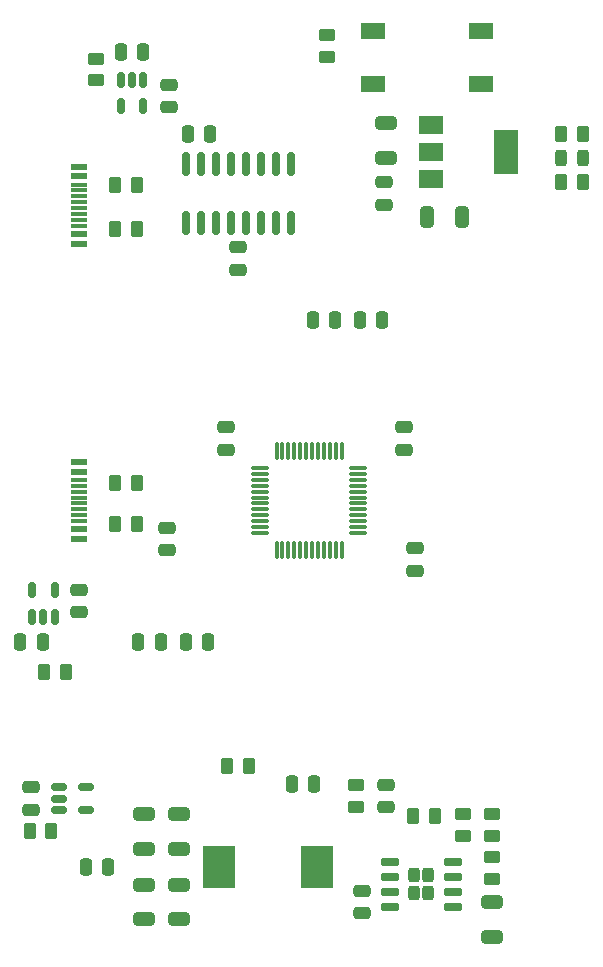
<source format=gtp>
%TF.GenerationSoftware,KiCad,Pcbnew,(6.0.10)*%
%TF.CreationDate,2023-12-29T21:00:04+01:00*%
%TF.ProjectId,Alchemy,416c6368-656d-4792-9e6b-696361645f70,rev?*%
%TF.SameCoordinates,Original*%
%TF.FileFunction,Paste,Top*%
%TF.FilePolarity,Positive*%
%FSLAX46Y46*%
G04 Gerber Fmt 4.6, Leading zero omitted, Abs format (unit mm)*
G04 Created by KiCad (PCBNEW (6.0.10)) date 2023-12-29 21:00:04*
%MOMM*%
%LPD*%
G01*
G04 APERTURE LIST*
G04 Aperture macros list*
%AMRoundRect*
0 Rectangle with rounded corners*
0 $1 Rounding radius*
0 $2 $3 $4 $5 $6 $7 $8 $9 X,Y pos of 4 corners*
0 Add a 4 corners polygon primitive as box body*
4,1,4,$2,$3,$4,$5,$6,$7,$8,$9,$2,$3,0*
0 Add four circle primitives for the rounded corners*
1,1,$1+$1,$2,$3*
1,1,$1+$1,$4,$5*
1,1,$1+$1,$6,$7*
1,1,$1+$1,$8,$9*
0 Add four rect primitives between the rounded corners*
20,1,$1+$1,$2,$3,$4,$5,0*
20,1,$1+$1,$4,$5,$6,$7,0*
20,1,$1+$1,$6,$7,$8,$9,0*
20,1,$1+$1,$8,$9,$2,$3,0*%
G04 Aperture macros list end*
%ADD10RoundRect,0.250000X-0.475000X0.250000X-0.475000X-0.250000X0.475000X-0.250000X0.475000X0.250000X0*%
%ADD11R,1.450000X0.600000*%
%ADD12R,1.450000X0.300000*%
%ADD13RoundRect,0.243750X0.243750X0.456250X-0.243750X0.456250X-0.243750X-0.456250X0.243750X-0.456250X0*%
%ADD14RoundRect,0.250000X0.250000X0.475000X-0.250000X0.475000X-0.250000X-0.475000X0.250000X-0.475000X0*%
%ADD15R,2.100000X1.400000*%
%ADD16RoundRect,0.250000X-0.262500X-0.450000X0.262500X-0.450000X0.262500X0.450000X-0.262500X0.450000X0*%
%ADD17RoundRect,0.250000X0.475000X-0.250000X0.475000X0.250000X-0.475000X0.250000X-0.475000X-0.250000X0*%
%ADD18RoundRect,0.250000X0.262500X0.450000X-0.262500X0.450000X-0.262500X-0.450000X0.262500X-0.450000X0*%
%ADD19R,2.700000X3.600000*%
%ADD20RoundRect,0.250000X-0.650000X0.325000X-0.650000X-0.325000X0.650000X-0.325000X0.650000X0.325000X0*%
%ADD21RoundRect,0.250000X-0.450000X0.262500X-0.450000X-0.262500X0.450000X-0.262500X0.450000X0.262500X0*%
%ADD22RoundRect,0.250000X-0.250000X-0.475000X0.250000X-0.475000X0.250000X0.475000X-0.250000X0.475000X0*%
%ADD23RoundRect,0.250000X0.650000X-0.325000X0.650000X0.325000X-0.650000X0.325000X-0.650000X-0.325000X0*%
%ADD24RoundRect,0.250000X0.450000X-0.262500X0.450000X0.262500X-0.450000X0.262500X-0.450000X-0.262500X0*%
%ADD25RoundRect,0.150000X-0.512500X-0.150000X0.512500X-0.150000X0.512500X0.150000X-0.512500X0.150000X0*%
%ADD26RoundRect,0.150000X0.150000X-0.512500X0.150000X0.512500X-0.150000X0.512500X-0.150000X-0.512500X0*%
%ADD27RoundRect,0.075000X-0.662500X-0.075000X0.662500X-0.075000X0.662500X0.075000X-0.662500X0.075000X0*%
%ADD28RoundRect,0.075000X-0.075000X-0.662500X0.075000X-0.662500X0.075000X0.662500X-0.075000X0.662500X0*%
%ADD29R,2.000000X1.500000*%
%ADD30R,2.000000X3.800000*%
%ADD31RoundRect,0.150000X0.150000X-0.850000X0.150000X0.850000X-0.150000X0.850000X-0.150000X-0.850000X0*%
%ADD32RoundRect,0.242500X0.242500X0.382500X-0.242500X0.382500X-0.242500X-0.382500X0.242500X-0.382500X0*%
%ADD33RoundRect,0.150000X0.650000X0.150000X-0.650000X0.150000X-0.650000X-0.150000X0.650000X-0.150000X0*%
%ADD34RoundRect,0.150000X-0.150000X0.512500X-0.150000X-0.512500X0.150000X-0.512500X0.150000X0.512500X0*%
%ADD35RoundRect,0.250000X-0.325000X-0.650000X0.325000X-0.650000X0.325000X0.650000X-0.325000X0.650000X0*%
G04 APERTURE END LIST*
D10*
X159000000Y-102550000D03*
X159000000Y-104450000D03*
D11*
X130545000Y-70250000D03*
X130545000Y-71050000D03*
D12*
X130545000Y-72250000D03*
X130545000Y-73250000D03*
X130545000Y-73750000D03*
X130545000Y-74750000D03*
D11*
X130545000Y-75950000D03*
X130545000Y-76750000D03*
X130545000Y-76750000D03*
X130545000Y-75950000D03*
D12*
X130545000Y-75250000D03*
X130545000Y-74250000D03*
X130545000Y-72750000D03*
X130545000Y-71750000D03*
D11*
X130545000Y-71050000D03*
X130545000Y-70250000D03*
D13*
X173187500Y-69500000D03*
X171312500Y-69500000D03*
D14*
X135950000Y-60500000D03*
X134050000Y-60500000D03*
D15*
X164550000Y-63250000D03*
X155450000Y-63250000D03*
X164550000Y-58750000D03*
X155450000Y-58750000D03*
D16*
X133587500Y-100500000D03*
X135412500Y-100500000D03*
D10*
X126500000Y-122800000D03*
X126500000Y-124700000D03*
D16*
X133587500Y-97000000D03*
X135412500Y-97000000D03*
D17*
X156500000Y-124450000D03*
X156500000Y-122550000D03*
D18*
X173162500Y-67500000D03*
X171337500Y-67500000D03*
D19*
X150650000Y-129500000D03*
X142350000Y-129500000D03*
D20*
X139000000Y-125025000D03*
X139000000Y-127975000D03*
D21*
X163000000Y-125087500D03*
X163000000Y-126912500D03*
D14*
X150450000Y-122500000D03*
X148550000Y-122500000D03*
D22*
X135550000Y-110500000D03*
X137450000Y-110500000D03*
D23*
X139000000Y-133975000D03*
X139000000Y-131025000D03*
D17*
X138140000Y-65211252D03*
X138140000Y-63311252D03*
D21*
X165500000Y-128707500D03*
X165500000Y-130532500D03*
D22*
X150300000Y-83250000D03*
X152200000Y-83250000D03*
D18*
X144912500Y-121000000D03*
X143087500Y-121000000D03*
D23*
X136000000Y-133975000D03*
X136000000Y-131025000D03*
D16*
X133587500Y-75500000D03*
X135412500Y-75500000D03*
D24*
X154000000Y-124412500D03*
X154000000Y-122587500D03*
D22*
X125550000Y-110500000D03*
X127450000Y-110500000D03*
D10*
X156375000Y-71550000D03*
X156375000Y-73450000D03*
D17*
X143000000Y-94200000D03*
X143000000Y-92300000D03*
D25*
X128862500Y-122800000D03*
X128862500Y-123750000D03*
X128862500Y-124700000D03*
X131137500Y-124700000D03*
X131137500Y-122800000D03*
D22*
X139750000Y-67500000D03*
X141650000Y-67500000D03*
D26*
X126550000Y-108337500D03*
X127500000Y-108337500D03*
X128450000Y-108337500D03*
X128450000Y-106062500D03*
X126550000Y-106062500D03*
D16*
X171337500Y-71500000D03*
X173162500Y-71500000D03*
D21*
X151500000Y-59087500D03*
X151500000Y-60912500D03*
D22*
X154300000Y-83250000D03*
X156200000Y-83250000D03*
D11*
X130545000Y-95250000D03*
X130545000Y-96050000D03*
D12*
X130545000Y-97250000D03*
X130545000Y-98250000D03*
X130545000Y-98750000D03*
X130545000Y-99750000D03*
D11*
X130545000Y-100950000D03*
X130545000Y-101750000D03*
X130545000Y-101750000D03*
X130545000Y-100950000D03*
D12*
X130545000Y-100250000D03*
X130545000Y-99250000D03*
X130545000Y-97750000D03*
X130545000Y-96750000D03*
D11*
X130545000Y-96050000D03*
X130545000Y-95250000D03*
D20*
X136000000Y-125025000D03*
X136000000Y-127975000D03*
D23*
X156500000Y-69475000D03*
X156500000Y-66525000D03*
D27*
X145837500Y-95750000D03*
X145837500Y-96250000D03*
X145837500Y-96750000D03*
X145837500Y-97250000D03*
X145837500Y-97750000D03*
X145837500Y-98250000D03*
X145837500Y-98750000D03*
X145837500Y-99250000D03*
X145837500Y-99750000D03*
X145837500Y-100250000D03*
X145837500Y-100750000D03*
X145837500Y-101250000D03*
D28*
X147250000Y-102662500D03*
X147750000Y-102662500D03*
X148250000Y-102662500D03*
X148750000Y-102662500D03*
X149250000Y-102662500D03*
X149750000Y-102662500D03*
X150250000Y-102662500D03*
X150750000Y-102662500D03*
X151250000Y-102662500D03*
X151750000Y-102662500D03*
X152250000Y-102662500D03*
X152750000Y-102662500D03*
D27*
X154162500Y-101250000D03*
X154162500Y-100750000D03*
X154162500Y-100250000D03*
X154162500Y-99750000D03*
X154162500Y-99250000D03*
X154162500Y-98750000D03*
X154162500Y-98250000D03*
X154162500Y-97750000D03*
X154162500Y-97250000D03*
X154162500Y-96750000D03*
X154162500Y-96250000D03*
X154162500Y-95750000D03*
D28*
X152750000Y-94337500D03*
X152250000Y-94337500D03*
X151750000Y-94337500D03*
X151250000Y-94337500D03*
X150750000Y-94337500D03*
X150250000Y-94337500D03*
X149750000Y-94337500D03*
X149250000Y-94337500D03*
X148750000Y-94337500D03*
X148250000Y-94337500D03*
X147750000Y-94337500D03*
X147250000Y-94337500D03*
D22*
X131100000Y-129500000D03*
X133000000Y-129500000D03*
D18*
X128162500Y-126500000D03*
X126337500Y-126500000D03*
D29*
X160350000Y-66700000D03*
X160350000Y-69000000D03*
D30*
X166650000Y-69000000D03*
D29*
X160350000Y-71300000D03*
D14*
X141450000Y-110500000D03*
X139550000Y-110500000D03*
D10*
X130500000Y-106050000D03*
X130500000Y-107950000D03*
D18*
X160662500Y-125250000D03*
X158837500Y-125250000D03*
D21*
X165500000Y-125087500D03*
X165500000Y-126912500D03*
D10*
X154500000Y-131550000D03*
X154500000Y-133450000D03*
D18*
X129412500Y-113000000D03*
X127587500Y-113000000D03*
D31*
X139555000Y-75000000D03*
X140825000Y-75000000D03*
X142095000Y-75000000D03*
X143365000Y-75000000D03*
X144635000Y-75000000D03*
X145905000Y-75000000D03*
X147175000Y-75000000D03*
X148445000Y-75000000D03*
X148445000Y-70000000D03*
X147175000Y-70000000D03*
X145905000Y-70000000D03*
X144635000Y-70000000D03*
X143365000Y-70000000D03*
X142095000Y-70000000D03*
X140825000Y-70000000D03*
X139555000Y-70000000D03*
D32*
X160100000Y-130225000D03*
X160100000Y-131775000D03*
X158900000Y-130225000D03*
X158900000Y-131775000D03*
D33*
X162150000Y-132905000D03*
X162150000Y-131635000D03*
X162150000Y-130365000D03*
X162150000Y-129095000D03*
X156850000Y-129095000D03*
X156850000Y-130365000D03*
X156850000Y-131635000D03*
X156850000Y-132905000D03*
D16*
X133587500Y-71750000D03*
X135412500Y-71750000D03*
D10*
X144000000Y-77050000D03*
X144000000Y-78950000D03*
D34*
X135950000Y-62862500D03*
X135000000Y-62862500D03*
X134050000Y-62862500D03*
X134050000Y-65137500D03*
X135950000Y-65137500D03*
D17*
X138000000Y-102700000D03*
X138000000Y-100800000D03*
D10*
X158000000Y-92300000D03*
X158000000Y-94200000D03*
D23*
X165500000Y-135475000D03*
X165500000Y-132525000D03*
D35*
X160025000Y-74500000D03*
X162975000Y-74500000D03*
D24*
X132000000Y-62912500D03*
X132000000Y-61087500D03*
M02*

</source>
